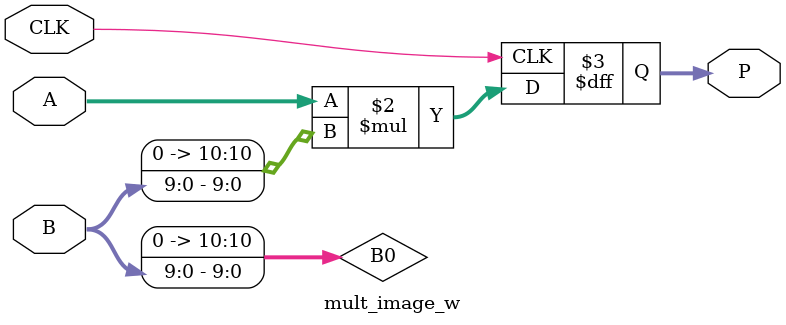
<source format=v>
`timescale 1ns / 1ps


module mult_image_w #(
    parameter WIDT_A = 11,
    parameter WIDT_B = 10
) (
    input CLK,
    input signed [WIDT_A-1:0] A,
    input [WIDT_B-1:0] B,

    output reg signed [WIDT_B+WIDT_A-1:0] P
);
  wire signed [WIDT_B:0] B0;
  assign B0 = {1'b0, B};
  always @(posedge CLK) begin
    P <= A * B0;
  end


endmodule

</source>
